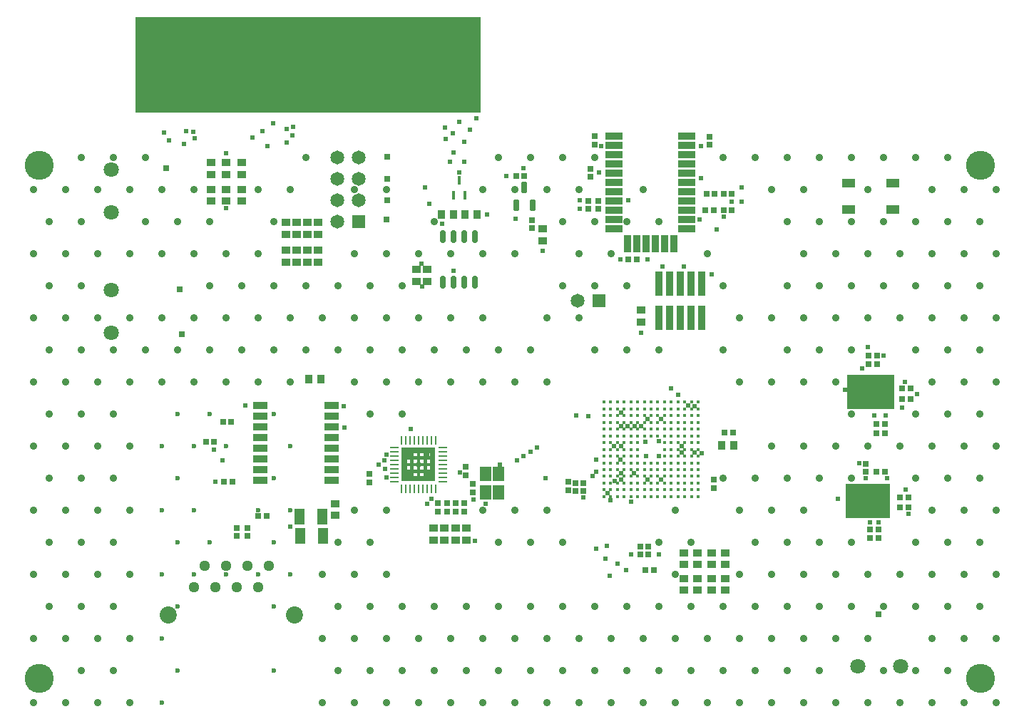
<source format=gts>
G04*
G04 #@! TF.GenerationSoftware,Altium Limited,Altium Designer,21.6.4 (81)*
G04*
G04 Layer_Color=8388736*
%FSLAX25Y25*%
%MOIN*%
G70*
G04*
G04 #@! TF.SameCoordinates,32ACE0EF-A2FC-4BC7-9326-31937D1A4F50*
G04*
G04*
G04 #@! TF.FilePolarity,Negative*
G04*
G01*
G75*
%ADD17R,0.22000X0.16000*%
%ADD18R,0.21000X0.16000*%
%ADD19R,1.61500X0.44500*%
%ADD20R,0.02953X0.02559*%
%ADD21R,0.02559X0.02953*%
%ADD22R,0.04134X0.03740*%
%ADD23R,0.00100X0.00100*%
%ADD24R,0.04200X0.01000*%
%ADD25R,0.01000X0.04200*%
%ADD26R,0.05709X0.06693*%
%ADD27R,0.03740X0.04134*%
%ADD28R,0.03504X0.11575*%
%ADD29R,0.06100X0.03900*%
%ADD30R,0.02591X0.02591*%
%ADD31R,0.02591X0.02591*%
G04:AMPARAMS|DCode=32|XSize=51.18mil|YSize=23.62mil|CornerRadius=2.01mil|HoleSize=0mil|Usage=FLASHONLY|Rotation=90.000|XOffset=0mil|YOffset=0mil|HoleType=Round|Shape=RoundedRectangle|*
%AMROUNDEDRECTD32*
21,1,0.05118,0.01961,0,0,90.0*
21,1,0.04717,0.02362,0,0,90.0*
1,1,0.00402,0.00980,0.02358*
1,1,0.00402,0.00980,-0.02358*
1,1,0.00402,-0.00980,-0.02358*
1,1,0.00402,-0.00980,0.02358*
%
%ADD32ROUNDEDRECTD32*%
%ADD33R,0.00984X0.02657*%
%ADD34R,0.02264X0.00984*%
%ADD35R,0.07087X0.03583*%
%ADD36R,0.04921X0.07284*%
%ADD37C,0.01600*%
%ADD38R,0.08465X0.03347*%
%ADD39R,0.03347X0.08465*%
%ADD40R,0.01775X0.04375*%
%ADD41O,0.02762X0.06109*%
%ADD42R,0.30891X0.40591*%
%ADD43R,0.02559X0.40591*%
%ADD44R,0.06496X0.06496*%
%ADD45C,0.06496*%
%ADD46C,0.07100*%
%ADD47C,0.05091*%
%ADD48C,0.07991*%
%ADD49R,0.06496X0.06496*%
%ADD50C,0.13591*%
%ADD51C,0.02391*%
%ADD52C,0.03591*%
%ADD53C,0.02362*%
G36*
X202850Y161937D02*
Y160363D01*
Y158837D01*
Y157263D01*
Y155737D01*
Y154163D01*
Y152637D01*
Y148650D01*
X187150D01*
Y151063D01*
Y152637D01*
Y154163D01*
Y155737D01*
Y157263D01*
Y158837D01*
Y160363D01*
Y161937D01*
Y164350D01*
X202850D01*
Y161937D01*
D02*
G37*
%LPC*%
G36*
X200437D02*
X198863D01*
Y160363D01*
X200437D01*
Y161937D01*
D02*
G37*
G36*
X197337D02*
X195763D01*
Y160363D01*
X197337D01*
Y161937D01*
D02*
G37*
G36*
X194237D02*
X192663D01*
Y160363D01*
X194237D01*
Y161937D01*
D02*
G37*
G36*
X191137D02*
X189563D01*
Y160363D01*
X191137D01*
Y161937D01*
D02*
G37*
G36*
X200437Y158837D02*
X198863D01*
Y157263D01*
X200437D01*
Y158837D01*
D02*
G37*
G36*
X197337D02*
X195763D01*
Y157263D01*
X197337D01*
Y158837D01*
D02*
G37*
G36*
X194237D02*
X192663D01*
Y157263D01*
X194237D01*
Y158837D01*
D02*
G37*
G36*
X191137D02*
X189563D01*
Y157263D01*
X191137D01*
Y158837D01*
D02*
G37*
G36*
X200437Y155737D02*
X198863D01*
Y154163D01*
X200437D01*
Y155737D01*
D02*
G37*
G36*
X197337D02*
X195763D01*
Y154163D01*
X197337D01*
Y155737D01*
D02*
G37*
G36*
X194237D02*
X192663D01*
Y154163D01*
X194237D01*
Y155737D01*
D02*
G37*
G36*
X191137D02*
X189563D01*
Y154163D01*
X191137D01*
Y155737D01*
D02*
G37*
G36*
X200437Y152637D02*
X198863D01*
Y151063D01*
X200437D01*
Y152637D01*
D02*
G37*
G36*
X197337D02*
X195763D01*
Y151063D01*
X197337D01*
Y152637D01*
D02*
G37*
G36*
X194237D02*
X192663D01*
Y151063D01*
X194237D01*
Y152637D01*
D02*
G37*
G36*
X191137D02*
X189563D01*
Y151063D01*
X191137D01*
Y152637D01*
D02*
G37*
%LPD*%
D17*
X406500Y190500D02*
D03*
D18*
X405000Y139500D02*
D03*
D19*
X143500Y343500D02*
D03*
D20*
X301095Y107000D02*
D03*
X305031D02*
D03*
X338032Y171500D02*
D03*
X341968D02*
D03*
X120031Y132500D02*
D03*
X123969D02*
D03*
X244468Y291500D02*
D03*
X240531D02*
D03*
X103563Y176500D02*
D03*
X107500D02*
D03*
X99468Y167000D02*
D03*
X95531D02*
D03*
X104032Y148500D02*
D03*
X107968D02*
D03*
X409031Y153000D02*
D03*
X412968D02*
D03*
X420031Y141000D02*
D03*
X423969D02*
D03*
X409969Y122000D02*
D03*
X406032D02*
D03*
X409969Y126000D02*
D03*
X406032D02*
D03*
X424968Y187000D02*
D03*
X421032D02*
D03*
X423969Y136500D02*
D03*
X420031D02*
D03*
X409031Y175500D02*
D03*
X412968D02*
D03*
X409031Y171000D02*
D03*
X412968D02*
D03*
X421032Y192000D02*
D03*
X424968D02*
D03*
X298563Y118000D02*
D03*
X302500D02*
D03*
X302468Y114500D02*
D03*
X298532D02*
D03*
X329031Y275500D02*
D03*
X332968D02*
D03*
X329532Y283000D02*
D03*
X333469D02*
D03*
X296969Y252500D02*
D03*
X293032D02*
D03*
X341469Y275500D02*
D03*
X337531D02*
D03*
X341469Y283000D02*
D03*
X337531D02*
D03*
D21*
X216500Y138469D02*
D03*
Y134531D02*
D03*
X212500Y138469D02*
D03*
Y134531D02*
D03*
X217000Y155500D02*
D03*
Y151563D02*
D03*
X333000Y149469D02*
D03*
Y145531D02*
D03*
X110000Y123031D02*
D03*
Y126969D02*
D03*
X115000Y123031D02*
D03*
Y126969D02*
D03*
X404000Y153032D02*
D03*
Y156968D02*
D03*
X248000Y267032D02*
D03*
Y270969D02*
D03*
X409500Y203532D02*
D03*
Y207469D02*
D03*
X405500Y207469D02*
D03*
Y203532D02*
D03*
X220500Y147468D02*
D03*
Y143532D02*
D03*
X172000Y148063D02*
D03*
Y152000D02*
D03*
X208500Y134531D02*
D03*
Y138469D02*
D03*
X204000Y134531D02*
D03*
Y138469D02*
D03*
X272000Y147968D02*
D03*
Y144032D02*
D03*
X265000Y148468D02*
D03*
Y144532D02*
D03*
X268500Y147968D02*
D03*
Y144032D02*
D03*
X277500Y306063D02*
D03*
Y310000D02*
D03*
X331000Y309968D02*
D03*
Y306031D02*
D03*
X279000Y276031D02*
D03*
Y279969D02*
D03*
X274500Y276031D02*
D03*
Y279969D02*
D03*
X275500Y291032D02*
D03*
Y294969D02*
D03*
D22*
X207000Y121244D02*
D03*
Y126756D02*
D03*
X212500Y121244D02*
D03*
Y126756D02*
D03*
X217500Y121244D02*
D03*
Y126756D02*
D03*
X332000Y103256D02*
D03*
Y97744D02*
D03*
X338500Y103256D02*
D03*
Y97744D02*
D03*
X325500Y103256D02*
D03*
Y97744D02*
D03*
X325500Y109744D02*
D03*
Y115256D02*
D03*
X332000Y109744D02*
D03*
Y115256D02*
D03*
X338500Y109744D02*
D03*
Y115256D02*
D03*
X319000Y109744D02*
D03*
Y115256D02*
D03*
X319000Y103256D02*
D03*
Y97744D02*
D03*
X156000Y132744D02*
D03*
Y138256D02*
D03*
X133000Y269756D02*
D03*
Y264244D02*
D03*
X143000Y269756D02*
D03*
Y264244D02*
D03*
X148000Y269756D02*
D03*
Y264244D02*
D03*
X148000Y251244D02*
D03*
Y256756D02*
D03*
X143000Y251244D02*
D03*
Y256756D02*
D03*
X138000Y269756D02*
D03*
Y264244D02*
D03*
X138000Y251244D02*
D03*
Y256756D02*
D03*
X133000Y251244D02*
D03*
Y256756D02*
D03*
X299000Y223244D02*
D03*
Y228756D02*
D03*
X253000Y266756D02*
D03*
Y261244D02*
D03*
X202000Y126756D02*
D03*
Y121244D02*
D03*
X98000Y297756D02*
D03*
Y292244D02*
D03*
X105000Y297756D02*
D03*
Y292244D02*
D03*
X112500Y297756D02*
D03*
Y292244D02*
D03*
X98000Y279744D02*
D03*
Y285256D02*
D03*
X105000Y279744D02*
D03*
Y285256D02*
D03*
X112500Y279744D02*
D03*
Y285256D02*
D03*
X199000Y247756D02*
D03*
Y242244D02*
D03*
X194000Y242244D02*
D03*
Y247756D02*
D03*
D23*
X195000Y156500D02*
D03*
D24*
X183800Y148500D02*
D03*
Y150500D02*
D03*
Y152500D02*
D03*
Y154500D02*
D03*
Y156500D02*
D03*
Y158500D02*
D03*
Y160500D02*
D03*
Y162500D02*
D03*
Y164500D02*
D03*
X206200D02*
D03*
Y162500D02*
D03*
Y160500D02*
D03*
Y158500D02*
D03*
Y156500D02*
D03*
Y154500D02*
D03*
Y152500D02*
D03*
Y150500D02*
D03*
Y148500D02*
D03*
D25*
X187000Y167700D02*
D03*
X189000D02*
D03*
X191000D02*
D03*
X193000D02*
D03*
X195000D02*
D03*
X197000D02*
D03*
X199000D02*
D03*
X201000D02*
D03*
X203000D02*
D03*
Y145300D02*
D03*
X201000D02*
D03*
X199000D02*
D03*
X197000D02*
D03*
X195000D02*
D03*
X193000D02*
D03*
X191000D02*
D03*
X189000D02*
D03*
X187000D02*
D03*
D26*
X232500Y152000D02*
D03*
Y143339D02*
D03*
X226201Y152000D02*
D03*
Y143339D02*
D03*
D27*
X336744Y165500D02*
D03*
X342256D02*
D03*
X143744Y196500D02*
D03*
X149256D02*
D03*
X216744Y273500D02*
D03*
X222256D02*
D03*
X211256Y273500D02*
D03*
X205744D02*
D03*
D28*
X327500Y241024D02*
D03*
X322500D02*
D03*
X317500D02*
D03*
X312500D02*
D03*
X307500D02*
D03*
Y225000D02*
D03*
X312500D02*
D03*
X317500D02*
D03*
X322500D02*
D03*
X327500D02*
D03*
D29*
X396165Y288299D02*
D03*
Y275701D02*
D03*
X416835D02*
D03*
Y288299D02*
D03*
D30*
X77000Y295000D02*
D03*
X83500Y238500D02*
D03*
X410000Y86500D02*
D03*
X84500Y217500D02*
D03*
D31*
X180500Y290000D02*
D03*
Y300500D02*
D03*
Y280000D02*
D03*
X180000Y271000D02*
D03*
D32*
X240760Y277866D02*
D03*
X248240D02*
D03*
X244500Y286134D02*
D03*
D33*
X413858Y133348D02*
D03*
X411890D02*
D03*
X409921D02*
D03*
X407953D02*
D03*
X405984D02*
D03*
X404016D02*
D03*
X402047D02*
D03*
X400079D02*
D03*
X398110D02*
D03*
X396142D02*
D03*
X413858Y145652D02*
D03*
X411890D02*
D03*
X409921D02*
D03*
X407953D02*
D03*
X405984D02*
D03*
X404016D02*
D03*
X402047D02*
D03*
X400079D02*
D03*
X398110D02*
D03*
X396142D02*
D03*
X415779Y184500D02*
D03*
X413811D02*
D03*
X411842D02*
D03*
X409874D02*
D03*
X407905D02*
D03*
X405937D02*
D03*
X403968D02*
D03*
X402000D02*
D03*
X400032D02*
D03*
X398063D02*
D03*
X415779Y196803D02*
D03*
X413811D02*
D03*
X411842D02*
D03*
X409874D02*
D03*
X407905D02*
D03*
X405937D02*
D03*
X403968D02*
D03*
X402000D02*
D03*
X400032D02*
D03*
X398063D02*
D03*
D34*
X414104Y136547D02*
D03*
Y138516D02*
D03*
Y140484D02*
D03*
Y142453D02*
D03*
X395896Y136547D02*
D03*
Y138516D02*
D03*
Y140484D02*
D03*
Y142453D02*
D03*
X416026Y187699D02*
D03*
Y189667D02*
D03*
Y191636D02*
D03*
Y193604D02*
D03*
X397817Y187699D02*
D03*
Y189667D02*
D03*
Y191636D02*
D03*
Y193604D02*
D03*
D35*
X121000Y184000D02*
D03*
Y179000D02*
D03*
Y174000D02*
D03*
Y169000D02*
D03*
Y164000D02*
D03*
Y159000D02*
D03*
Y154000D02*
D03*
Y149000D02*
D03*
X154504Y184000D02*
D03*
Y179000D02*
D03*
Y174000D02*
D03*
Y169000D02*
D03*
Y164000D02*
D03*
Y159000D02*
D03*
Y154000D02*
D03*
Y149000D02*
D03*
D36*
X150315Y123000D02*
D03*
X139685D02*
D03*
X139500Y132000D02*
D03*
X150130D02*
D03*
D37*
X325748Y141551D02*
D03*
X322598D02*
D03*
X319449D02*
D03*
X316299D02*
D03*
X313150D02*
D03*
X310000D02*
D03*
X306850D02*
D03*
X303701D02*
D03*
X300551D02*
D03*
X297402D02*
D03*
X294252D02*
D03*
X291102D02*
D03*
X287953D02*
D03*
X284803D02*
D03*
X281653D02*
D03*
X325748Y144701D02*
D03*
X322598D02*
D03*
X319449D02*
D03*
X316299D02*
D03*
X313150D02*
D03*
X310000D02*
D03*
X306850D02*
D03*
X303701D02*
D03*
X300551D02*
D03*
X297402D02*
D03*
X294252D02*
D03*
X291102D02*
D03*
X287953D02*
D03*
X284803D02*
D03*
X281653D02*
D03*
X325748Y147850D02*
D03*
X322598D02*
D03*
X319449D02*
D03*
X316299D02*
D03*
X313150D02*
D03*
X310000D02*
D03*
X306850D02*
D03*
X303701D02*
D03*
X300551D02*
D03*
X297402D02*
D03*
X294252D02*
D03*
X291102D02*
D03*
X287953D02*
D03*
X284803D02*
D03*
X281653D02*
D03*
X325748Y151000D02*
D03*
X322598D02*
D03*
X319449D02*
D03*
X316299D02*
D03*
X313150D02*
D03*
X310000D02*
D03*
X306850D02*
D03*
X303701D02*
D03*
X300551D02*
D03*
X297402D02*
D03*
X294252D02*
D03*
X291102D02*
D03*
X287953D02*
D03*
X284803D02*
D03*
X281653D02*
D03*
X325748Y154150D02*
D03*
X322598D02*
D03*
X319449D02*
D03*
X316299D02*
D03*
X313150D02*
D03*
X310000D02*
D03*
X306850D02*
D03*
X303701D02*
D03*
X300551D02*
D03*
X297402D02*
D03*
X294252D02*
D03*
X291102D02*
D03*
X287953D02*
D03*
X284803D02*
D03*
X281653D02*
D03*
X325748Y157299D02*
D03*
X322598D02*
D03*
X319449D02*
D03*
X316299D02*
D03*
X313150D02*
D03*
X310000D02*
D03*
X306850D02*
D03*
X303701D02*
D03*
X300551D02*
D03*
X297402D02*
D03*
X294252D02*
D03*
X291102D02*
D03*
X287953D02*
D03*
X284803D02*
D03*
X281653D02*
D03*
X325748Y160449D02*
D03*
X322598D02*
D03*
X319449D02*
D03*
X316299D02*
D03*
X313150D02*
D03*
X310000D02*
D03*
X297402D02*
D03*
X294252D02*
D03*
X291102D02*
D03*
X287953D02*
D03*
X284803D02*
D03*
X281653D02*
D03*
X325748Y163598D02*
D03*
X322598D02*
D03*
X319449D02*
D03*
X316299D02*
D03*
X313150D02*
D03*
X310000D02*
D03*
X297402D02*
D03*
X294252D02*
D03*
X291102D02*
D03*
X287953D02*
D03*
X284803D02*
D03*
X281653D02*
D03*
X325748Y166748D02*
D03*
X322598D02*
D03*
X319449D02*
D03*
X316299D02*
D03*
X313150D02*
D03*
X310000D02*
D03*
X297402D02*
D03*
X294252D02*
D03*
X291102D02*
D03*
X287953D02*
D03*
X284803D02*
D03*
X281653D02*
D03*
X325748Y169898D02*
D03*
X322598D02*
D03*
X319449D02*
D03*
X316299D02*
D03*
X313150D02*
D03*
X310000D02*
D03*
X306850D02*
D03*
X303701D02*
D03*
X300551D02*
D03*
X297402D02*
D03*
X294252D02*
D03*
X291102D02*
D03*
X287953D02*
D03*
X284803D02*
D03*
X281653D02*
D03*
X325748Y173047D02*
D03*
X322598D02*
D03*
X319449D02*
D03*
X316299D02*
D03*
X313150D02*
D03*
X310000D02*
D03*
X306850D02*
D03*
X303701D02*
D03*
X300551D02*
D03*
X297402D02*
D03*
X294252D02*
D03*
X291102D02*
D03*
X287953D02*
D03*
X284803D02*
D03*
X281653D02*
D03*
X325748Y176197D02*
D03*
X322598D02*
D03*
X319449D02*
D03*
X316299D02*
D03*
X313150D02*
D03*
X310000D02*
D03*
X306850D02*
D03*
X303701D02*
D03*
X300551D02*
D03*
X297402D02*
D03*
X294252D02*
D03*
X291102D02*
D03*
X287953D02*
D03*
X284803D02*
D03*
X281653D02*
D03*
X325748Y179347D02*
D03*
X322598D02*
D03*
X319449D02*
D03*
X316299D02*
D03*
X313150D02*
D03*
X310000D02*
D03*
X306850D02*
D03*
X303701D02*
D03*
X300551D02*
D03*
X297402D02*
D03*
X294252D02*
D03*
X291102D02*
D03*
X287953D02*
D03*
X284803D02*
D03*
X281653D02*
D03*
X325748Y182496D02*
D03*
X322598D02*
D03*
X319449D02*
D03*
X316299D02*
D03*
X313150D02*
D03*
X310000D02*
D03*
X306850D02*
D03*
X303701D02*
D03*
X300551D02*
D03*
X297402D02*
D03*
X294252D02*
D03*
X291102D02*
D03*
X287953D02*
D03*
X284803D02*
D03*
X281653D02*
D03*
X325748Y185646D02*
D03*
X322598D02*
D03*
X319449D02*
D03*
X316299D02*
D03*
X313150D02*
D03*
X310000D02*
D03*
X306850D02*
D03*
X303701D02*
D03*
X300551D02*
D03*
X297402D02*
D03*
X294252D02*
D03*
X291102D02*
D03*
X287953D02*
D03*
X284803D02*
D03*
X281653D02*
D03*
D38*
X286500Y297169D02*
D03*
Y292823D02*
D03*
Y301500D02*
D03*
Y310169D02*
D03*
Y305831D02*
D03*
Y284169D02*
D03*
Y275500D02*
D03*
Y288500D02*
D03*
Y279831D02*
D03*
Y271169D02*
D03*
X320516Y297169D02*
D03*
Y292823D02*
D03*
Y301500D02*
D03*
Y310169D02*
D03*
Y305831D02*
D03*
Y284169D02*
D03*
Y275500D02*
D03*
Y266839D02*
D03*
Y288500D02*
D03*
Y279831D02*
D03*
Y271169D02*
D03*
X286500Y266839D02*
D03*
D39*
X292760Y259752D02*
D03*
X297091D02*
D03*
X301421D02*
D03*
X310083D02*
D03*
X314413D02*
D03*
X305752D02*
D03*
D40*
X214000Y289543D02*
D03*
X216756Y282457D02*
D03*
X211244D02*
D03*
D41*
X206500Y263228D02*
D03*
X211500D02*
D03*
X216500D02*
D03*
X221500D02*
D03*
Y241772D02*
D03*
X216500D02*
D03*
X211500D02*
D03*
X206500D02*
D03*
D42*
X82100Y341775D02*
D03*
X129400D02*
D03*
D43*
X217150D02*
D03*
X214000D02*
D03*
X210850D02*
D03*
X207700D02*
D03*
X204550D02*
D03*
X201400D02*
D03*
X198250D02*
D03*
X191950D02*
D03*
X195100D02*
D03*
X188800D02*
D03*
X185650D02*
D03*
X182500D02*
D03*
X179350D02*
D03*
X176200D02*
D03*
X173050D02*
D03*
X169900D02*
D03*
X163600D02*
D03*
X160450D02*
D03*
X166750D02*
D03*
X220300D02*
D03*
D44*
X167000Y270000D02*
D03*
D45*
X157000D02*
D03*
X167000Y280000D02*
D03*
X157000D02*
D03*
X167000Y290000D02*
D03*
X157000D02*
D03*
X167000Y300000D02*
D03*
X157000D02*
D03*
X269500Y233000D02*
D03*
D46*
X51500Y218000D02*
D03*
Y238000D02*
D03*
Y274500D02*
D03*
Y294500D02*
D03*
X400500Y62000D02*
D03*
X420500D02*
D03*
D47*
X125000Y109000D02*
D03*
X120000Y99000D02*
D03*
X115000Y109000D02*
D03*
X110000Y99000D02*
D03*
X105000Y109000D02*
D03*
X100000Y99000D02*
D03*
X90000D02*
D03*
X95000Y109000D02*
D03*
D48*
X137000Y86000D02*
D03*
X78000D02*
D03*
D49*
X279500Y233000D02*
D03*
D50*
X457550Y56450D02*
D03*
X17550D02*
D03*
X457550Y296450D02*
D03*
X17550D02*
D03*
D51*
X216347Y307347D02*
D03*
X277880Y158642D02*
D03*
X254500Y150000D02*
D03*
X233000Y156500D02*
D03*
X250500Y164500D02*
D03*
X247203Y162412D02*
D03*
X244000Y160500D02*
D03*
X241000Y158500D02*
D03*
X276350Y151000D02*
D03*
X284500Y104500D02*
D03*
X292000Y107000D02*
D03*
X191500Y173000D02*
D03*
X199000Y138000D02*
D03*
X190500Y161401D02*
D03*
X176500Y156500D02*
D03*
X180000Y150500D02*
D03*
X178929Y158366D02*
D03*
X179500Y154500D02*
D03*
X195000Y156500D02*
D03*
X190000Y151401D02*
D03*
X199157Y161127D02*
D03*
X201000Y140500D02*
D03*
X180000Y161000D02*
D03*
X199500Y151500D02*
D03*
X289500Y158875D02*
D03*
X289600Y152500D02*
D03*
X220850Y140193D02*
D03*
X214500Y152901D02*
D03*
X226201Y138102D02*
D03*
X221500Y120901D02*
D03*
X278000Y117000D02*
D03*
Y153000D02*
D03*
X268683Y179317D02*
D03*
X283000Y118401D02*
D03*
X307500Y114500D02*
D03*
X284840Y139650D02*
D03*
X294500Y114500D02*
D03*
X288000Y110150D02*
D03*
X282500Y112500D02*
D03*
X294376Y139124D02*
D03*
X286834Y148696D02*
D03*
X160000Y183901D02*
D03*
X160500Y173901D02*
D03*
X402500Y201500D02*
D03*
X289566Y149425D02*
D03*
X324173Y162062D02*
D03*
X292639Y174622D02*
D03*
X207492Y314008D02*
D03*
X207692Y308725D02*
D03*
X210992Y311508D02*
D03*
X214000Y316850D02*
D03*
X211500Y302500D02*
D03*
X90500Y309000D02*
D03*
X85500Y306500D02*
D03*
X78500Y308000D02*
D03*
X89683Y312187D02*
D03*
X86500Y312500D02*
D03*
X76023Y311908D02*
D03*
X222023Y318408D02*
D03*
X114000Y184000D02*
D03*
X272000Y141000D02*
D03*
X422500Y195000D02*
D03*
X100000Y148500D02*
D03*
X103500Y158500D02*
D03*
X410000Y129500D02*
D03*
X406000D02*
D03*
X413500Y179500D02*
D03*
X414000Y150000D02*
D03*
X391000Y140500D02*
D03*
X405000Y211500D02*
D03*
X394486Y191590D02*
D03*
X421000Y183000D02*
D03*
X408000Y179500D02*
D03*
X422850Y144955D02*
D03*
X270500Y276000D02*
D03*
X319000Y249000D02*
D03*
X309000D02*
D03*
X332000Y245500D02*
D03*
X133500Y313500D02*
D03*
X117500Y309500D02*
D03*
X209722Y298000D02*
D03*
X219000Y313000D02*
D03*
X198000Y286000D02*
D03*
X200000Y278500D02*
D03*
X216500Y298000D02*
D03*
X298976Y174583D02*
D03*
X299000Y218000D02*
D03*
X346000Y286000D02*
D03*
X341500Y279500D02*
D03*
X334500Y266500D02*
D03*
X346000Y279500D02*
D03*
X320996Y184004D02*
D03*
X324025Y183971D02*
D03*
X316500Y189000D02*
D03*
X313000Y192000D02*
D03*
X327400Y161675D02*
D03*
X289528Y174583D02*
D03*
X289566Y180921D02*
D03*
X296000Y174500D02*
D03*
X424000Y133500D02*
D03*
X283190Y143126D02*
D03*
X236000Y291500D02*
D03*
X240500Y271500D02*
D03*
X253000Y256500D02*
D03*
X274500Y179200D02*
D03*
X99504Y163500D02*
D03*
X412500Y207500D02*
D03*
X401000Y157000D02*
D03*
X404000Y150000D02*
D03*
X428000Y189500D02*
D03*
X308464Y149425D02*
D03*
X317874Y162062D02*
D03*
X302088Y149425D02*
D03*
X308425Y177810D02*
D03*
X302126D02*
D03*
X301000Y167220D02*
D03*
X307500Y160500D02*
D03*
X301500D02*
D03*
X307500Y167469D02*
D03*
X295850Y152600D02*
D03*
X286400Y165175D02*
D03*
X317875Y165200D02*
D03*
X289525Y165150D02*
D03*
X133500Y307000D02*
D03*
X136000Y310500D02*
D03*
X136500Y314500D02*
D03*
X124500Y305500D02*
D03*
X122000Y312500D02*
D03*
X127000Y316000D02*
D03*
X227000Y273500D02*
D03*
X135000Y127500D02*
D03*
X244000Y295000D02*
D03*
X337531Y272532D02*
D03*
X326500Y271000D02*
D03*
X302000Y252500D02*
D03*
X270500Y280000D02*
D03*
X327000Y290500D02*
D03*
X293000Y280000D02*
D03*
X279500Y293000D02*
D03*
X289500Y252500D02*
D03*
X327000Y305500D02*
D03*
X280500D02*
D03*
X211500Y247000D02*
D03*
X206000Y269000D02*
D03*
X214000Y293000D02*
D03*
X105000Y276500D02*
D03*
Y302000D02*
D03*
X196500Y250500D02*
D03*
X196610Y239831D02*
D03*
D52*
X465000Y285000D02*
D03*
Y255000D02*
D03*
Y225000D02*
D03*
Y195000D02*
D03*
Y165000D02*
D03*
Y135000D02*
D03*
Y105000D02*
D03*
Y75000D02*
D03*
Y45000D02*
D03*
X450000Y285000D02*
D03*
X457500Y270000D02*
D03*
X450000Y255000D02*
D03*
X457500Y240000D02*
D03*
X450000Y225000D02*
D03*
X457500Y210000D02*
D03*
X450000Y195000D02*
D03*
X457500Y180000D02*
D03*
X450000Y165000D02*
D03*
X457500Y150000D02*
D03*
X450000Y135000D02*
D03*
X457500Y120000D02*
D03*
X450000Y105000D02*
D03*
X457500Y90000D02*
D03*
X450000Y75000D02*
D03*
Y45000D02*
D03*
X442500Y300000D02*
D03*
X435000Y285000D02*
D03*
X442500Y270000D02*
D03*
X435000Y255000D02*
D03*
X442500Y240000D02*
D03*
X435000Y225000D02*
D03*
X442500Y210000D02*
D03*
X435000Y195000D02*
D03*
X442500Y180000D02*
D03*
X435000Y165000D02*
D03*
X442500Y150000D02*
D03*
X435000Y135000D02*
D03*
X442500Y120000D02*
D03*
X435000Y105000D02*
D03*
X442500Y90000D02*
D03*
X435000Y75000D02*
D03*
X442500Y60000D02*
D03*
X435000Y45000D02*
D03*
X427500Y300000D02*
D03*
Y270000D02*
D03*
X420000Y255000D02*
D03*
X427500Y240000D02*
D03*
X420000Y225000D02*
D03*
X427500Y210000D02*
D03*
Y180000D02*
D03*
X420000Y165000D02*
D03*
X427500Y150000D02*
D03*
Y120000D02*
D03*
X420000Y105000D02*
D03*
X427500Y90000D02*
D03*
Y60000D02*
D03*
X420000Y45000D02*
D03*
X412500Y300000D02*
D03*
X405000Y285000D02*
D03*
X412500Y270000D02*
D03*
X405000Y255000D02*
D03*
X412500Y240000D02*
D03*
X405000Y225000D02*
D03*
Y165000D02*
D03*
Y105000D02*
D03*
X412500Y90000D02*
D03*
X405000Y75000D02*
D03*
X412500Y60000D02*
D03*
X405000Y45000D02*
D03*
X397500Y300000D02*
D03*
Y270000D02*
D03*
X390000Y255000D02*
D03*
X397500Y240000D02*
D03*
X390000Y225000D02*
D03*
X397500Y210000D02*
D03*
X390000Y195000D02*
D03*
X397500Y180000D02*
D03*
X390000Y165000D02*
D03*
X397500Y150000D02*
D03*
Y120000D02*
D03*
X390000Y105000D02*
D03*
X397500Y90000D02*
D03*
X390000Y75000D02*
D03*
Y45000D02*
D03*
X382500Y300000D02*
D03*
X375000Y285000D02*
D03*
X382500Y270000D02*
D03*
X375000Y255000D02*
D03*
X382500Y240000D02*
D03*
X375000Y225000D02*
D03*
X382500Y210000D02*
D03*
X375000Y195000D02*
D03*
Y165000D02*
D03*
X382500Y150000D02*
D03*
X375000Y135000D02*
D03*
X382500Y120000D02*
D03*
X375000Y105000D02*
D03*
X382500Y90000D02*
D03*
X375000Y75000D02*
D03*
X382500Y60000D02*
D03*
X375000Y45000D02*
D03*
X367500Y300000D02*
D03*
X360000Y285000D02*
D03*
X367500Y270000D02*
D03*
Y240000D02*
D03*
X360000Y225000D02*
D03*
X367500Y210000D02*
D03*
X360000Y195000D02*
D03*
Y165000D02*
D03*
X367500Y150000D02*
D03*
X360000Y135000D02*
D03*
X367500Y120000D02*
D03*
X360000Y105000D02*
D03*
X367500Y90000D02*
D03*
X360000Y75000D02*
D03*
X367500Y60000D02*
D03*
X360000Y45000D02*
D03*
X352500Y300000D02*
D03*
X345000Y225000D02*
D03*
Y195000D02*
D03*
X352500Y150000D02*
D03*
X345000Y135000D02*
D03*
X352500Y120000D02*
D03*
X345000Y105000D02*
D03*
X352500Y90000D02*
D03*
X345000Y75000D02*
D03*
X352500Y60000D02*
D03*
X345000Y45000D02*
D03*
X337500Y300000D02*
D03*
X330000Y255000D02*
D03*
X337500Y240000D02*
D03*
Y210000D02*
D03*
Y150000D02*
D03*
Y90000D02*
D03*
X330000Y75000D02*
D03*
X337500Y60000D02*
D03*
X330000Y45000D02*
D03*
X315000Y135000D02*
D03*
X322500Y120000D02*
D03*
X315000Y105000D02*
D03*
X322500Y90000D02*
D03*
X315000Y75000D02*
D03*
X322500Y60000D02*
D03*
X315000Y45000D02*
D03*
X300000Y285000D02*
D03*
X307500Y270000D02*
D03*
Y210000D02*
D03*
Y120000D02*
D03*
Y90000D02*
D03*
X300000Y75000D02*
D03*
X307500Y60000D02*
D03*
X300000Y45000D02*
D03*
X292500Y270000D02*
D03*
X285000Y255000D02*
D03*
X292500Y240000D02*
D03*
Y210000D02*
D03*
Y90000D02*
D03*
X285000Y75000D02*
D03*
X292500Y60000D02*
D03*
X285000Y45000D02*
D03*
X277500Y300000D02*
D03*
X270000Y285000D02*
D03*
X277500Y270000D02*
D03*
X270000Y255000D02*
D03*
X277500Y240000D02*
D03*
X270000Y225000D02*
D03*
X277500Y210000D02*
D03*
Y90000D02*
D03*
X270000Y75000D02*
D03*
X277500Y60000D02*
D03*
X270000Y45000D02*
D03*
X262500Y300000D02*
D03*
X255000Y285000D02*
D03*
X262500Y270000D02*
D03*
Y240000D02*
D03*
X255000Y225000D02*
D03*
Y195000D02*
D03*
Y135000D02*
D03*
X262500Y120000D02*
D03*
Y90000D02*
D03*
X255000Y75000D02*
D03*
X262500Y60000D02*
D03*
X255000Y45000D02*
D03*
X247500Y300000D02*
D03*
X240000Y285000D02*
D03*
Y255000D02*
D03*
X247500Y210000D02*
D03*
X240000Y195000D02*
D03*
Y135000D02*
D03*
X247500Y120000D02*
D03*
Y90000D02*
D03*
X240000Y75000D02*
D03*
X247500Y60000D02*
D03*
X240000Y45000D02*
D03*
X232500Y300000D02*
D03*
X225000Y285000D02*
D03*
Y255000D02*
D03*
Y225000D02*
D03*
X232500Y210000D02*
D03*
X225000Y195000D02*
D03*
Y135000D02*
D03*
X232500Y120000D02*
D03*
Y90000D02*
D03*
X225000Y75000D02*
D03*
X232500Y60000D02*
D03*
X225000Y45000D02*
D03*
X210000Y255000D02*
D03*
Y225000D02*
D03*
X217500Y210000D02*
D03*
X210000Y195000D02*
D03*
X217500Y90000D02*
D03*
X210000Y75000D02*
D03*
X217500Y60000D02*
D03*
X210000Y45000D02*
D03*
X202500Y270000D02*
D03*
X195000Y255000D02*
D03*
Y225000D02*
D03*
X202500Y210000D02*
D03*
X195000Y195000D02*
D03*
X202500Y90000D02*
D03*
X195000Y75000D02*
D03*
X202500Y60000D02*
D03*
X195000Y45000D02*
D03*
X180000Y285000D02*
D03*
Y255000D02*
D03*
X187500Y240000D02*
D03*
X180000Y225000D02*
D03*
X187500Y210000D02*
D03*
X180000Y195000D02*
D03*
X187500Y180000D02*
D03*
X180000Y135000D02*
D03*
Y105000D02*
D03*
X187500Y90000D02*
D03*
X180000Y75000D02*
D03*
X187500Y60000D02*
D03*
X180000Y45000D02*
D03*
X165000Y285000D02*
D03*
Y255000D02*
D03*
X172500Y240000D02*
D03*
X165000Y225000D02*
D03*
X172500Y210000D02*
D03*
X165000Y195000D02*
D03*
X172500Y180000D02*
D03*
X165000Y135000D02*
D03*
X172500Y120000D02*
D03*
X165000Y105000D02*
D03*
X172500Y90000D02*
D03*
X165000Y75000D02*
D03*
X172500Y60000D02*
D03*
X165000Y45000D02*
D03*
X157500Y240000D02*
D03*
X150000Y225000D02*
D03*
X157500Y210000D02*
D03*
Y120000D02*
D03*
X150000Y105000D02*
D03*
X157500Y90000D02*
D03*
X150000Y75000D02*
D03*
X157500Y60000D02*
D03*
X150000Y45000D02*
D03*
X142500Y300000D02*
D03*
X135000Y285000D02*
D03*
X142500Y240000D02*
D03*
X135000Y225000D02*
D03*
X142500Y210000D02*
D03*
X135000Y195000D02*
D03*
X120000Y285000D02*
D03*
X127500Y270000D02*
D03*
X120000Y255000D02*
D03*
X127500Y240000D02*
D03*
X120000Y225000D02*
D03*
X127500Y210000D02*
D03*
X120000Y195000D02*
D03*
X105000Y255000D02*
D03*
X112500Y240000D02*
D03*
X105000Y225000D02*
D03*
X112500Y210000D02*
D03*
X105000Y195000D02*
D03*
X90000Y285000D02*
D03*
X97500Y270000D02*
D03*
X90000Y255000D02*
D03*
X97500Y240000D02*
D03*
X90000Y225000D02*
D03*
X97500Y210000D02*
D03*
X90000Y195000D02*
D03*
X75000Y285000D02*
D03*
X82500Y270000D02*
D03*
X75000Y255000D02*
D03*
Y225000D02*
D03*
X82500Y210000D02*
D03*
X75000Y195000D02*
D03*
X67500Y300000D02*
D03*
X60000Y285000D02*
D03*
X67500Y270000D02*
D03*
X60000Y255000D02*
D03*
Y225000D02*
D03*
X67500Y210000D02*
D03*
X60000Y195000D02*
D03*
Y165000D02*
D03*
Y135000D02*
D03*
Y105000D02*
D03*
Y75000D02*
D03*
Y45000D02*
D03*
X52500Y300000D02*
D03*
X45000Y285000D02*
D03*
Y255000D02*
D03*
Y225000D02*
D03*
X52500Y210000D02*
D03*
X45000Y195000D02*
D03*
X52500Y180000D02*
D03*
X45000Y165000D02*
D03*
X52500Y150000D02*
D03*
X45000Y135000D02*
D03*
X52500Y120000D02*
D03*
X45000Y105000D02*
D03*
X52500Y90000D02*
D03*
X45000Y75000D02*
D03*
X52500Y60000D02*
D03*
X45000Y45000D02*
D03*
X37500Y300000D02*
D03*
X30000Y285000D02*
D03*
X37500Y270000D02*
D03*
X30000Y255000D02*
D03*
X37500Y240000D02*
D03*
X30000Y225000D02*
D03*
X37500Y210000D02*
D03*
X30000Y195000D02*
D03*
X37500Y180000D02*
D03*
X30000Y165000D02*
D03*
X37500Y150000D02*
D03*
X30000Y135000D02*
D03*
X37500Y120000D02*
D03*
X30000Y105000D02*
D03*
X37500Y90000D02*
D03*
X30000Y75000D02*
D03*
X37500Y60000D02*
D03*
X30000Y45000D02*
D03*
X15000Y285000D02*
D03*
X22500Y270000D02*
D03*
X15000Y255000D02*
D03*
X22500Y240000D02*
D03*
X15000Y225000D02*
D03*
X22500Y210000D02*
D03*
X15000Y195000D02*
D03*
X22500Y180000D02*
D03*
X15000Y165000D02*
D03*
X22500Y150000D02*
D03*
X15000Y135000D02*
D03*
X22500Y120000D02*
D03*
X15000Y105000D02*
D03*
X22500Y90000D02*
D03*
X15000Y75000D02*
D03*
Y45000D02*
D03*
D53*
X135000Y165000D02*
D03*
Y135000D02*
D03*
Y105000D02*
D03*
X127500Y180000D02*
D03*
Y150000D02*
D03*
X120000Y135000D02*
D03*
X127500Y120000D02*
D03*
X120000Y105000D02*
D03*
X127500Y90000D02*
D03*
Y60000D02*
D03*
X105000Y165000D02*
D03*
Y105000D02*
D03*
X97500Y180000D02*
D03*
X90000Y165000D02*
D03*
Y135000D02*
D03*
X97500Y120000D02*
D03*
X90000Y105000D02*
D03*
X82500Y180000D02*
D03*
X75000Y165000D02*
D03*
X82500Y150000D02*
D03*
X75000Y135000D02*
D03*
X82500Y120000D02*
D03*
X75000Y105000D02*
D03*
X82500Y90000D02*
D03*
X75000Y75000D02*
D03*
X82500Y60000D02*
D03*
X75000Y45000D02*
D03*
M02*

</source>
